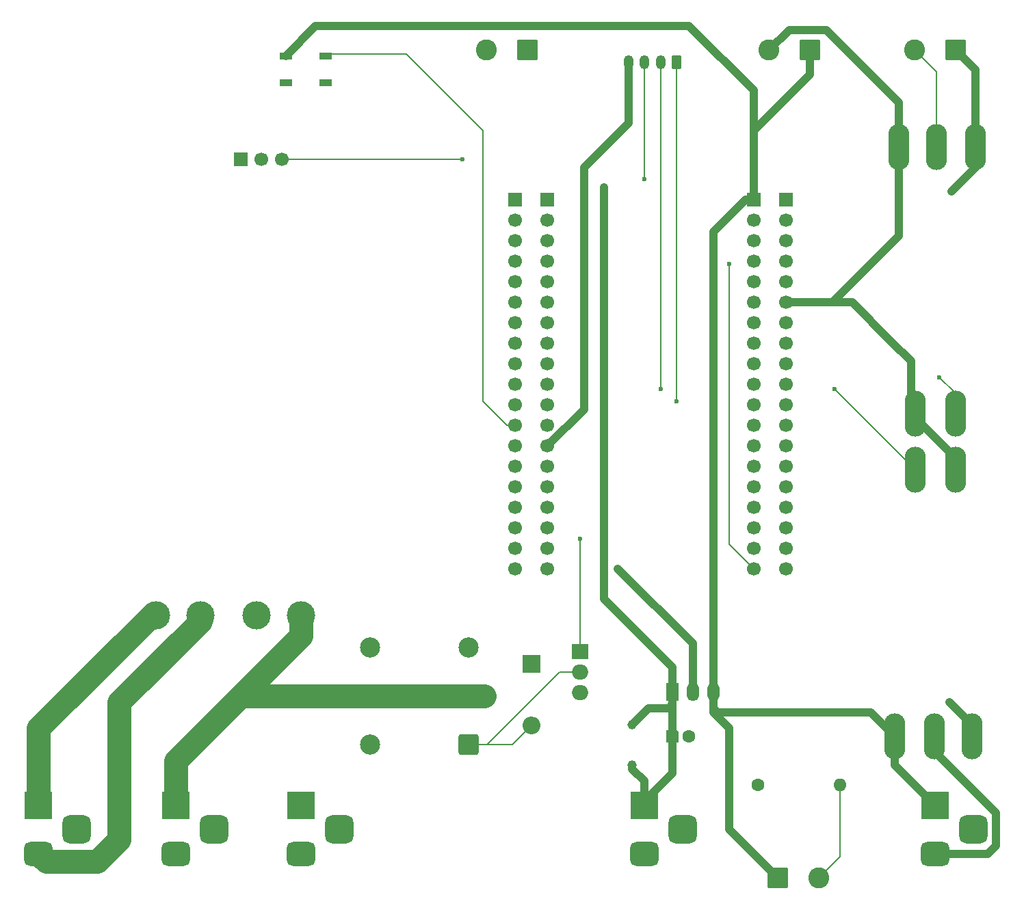
<source format=gbr>
%TF.GenerationSoftware,KiCad,Pcbnew,9.0.1*%
%TF.CreationDate,2025-05-24T15:45:38+01:00*%
%TF.ProjectId,main_board,6d61696e-5f62-46f6-9172-642e6b696361,rev?*%
%TF.SameCoordinates,Original*%
%TF.FileFunction,Copper,L1,Top*%
%TF.FilePolarity,Positive*%
%FSLAX46Y46*%
G04 Gerber Fmt 4.6, Leading zero omitted, Abs format (unit mm)*
G04 Created by KiCad (PCBNEW 9.0.1) date 2025-05-24 15:45:38*
%MOMM*%
%LPD*%
G01*
G04 APERTURE LIST*
G04 Aperture macros list*
%AMRoundRect*
0 Rectangle with rounded corners*
0 $1 Rounding radius*
0 $2 $3 $4 $5 $6 $7 $8 $9 X,Y pos of 4 corners*
0 Add a 4 corners polygon primitive as box body*
4,1,4,$2,$3,$4,$5,$6,$7,$8,$9,$2,$3,0*
0 Add four circle primitives for the rounded corners*
1,1,$1+$1,$2,$3*
1,1,$1+$1,$4,$5*
1,1,$1+$1,$6,$7*
1,1,$1+$1,$8,$9*
0 Add four rect primitives between the rounded corners*
20,1,$1+$1,$2,$3,$4,$5,0*
20,1,$1+$1,$4,$5,$6,$7,0*
20,1,$1+$1,$6,$7,$8,$9,0*
20,1,$1+$1,$8,$9,$2,$3,0*%
%AMOutline5P*
0 Free polygon, 5 corners , with rotation*
0 The origin of the aperture is its center*
0 number of corners: always 5*
0 $1 to $10 corner X, Y*
0 $11 Rotation angle, in degrees counterclockwise*
0 create outline with 5 corners*
4,1,5,$1,$2,$3,$4,$5,$6,$7,$8,$9,$10,$1,$2,$11*%
%AMOutline6P*
0 Free polygon, 6 corners , with rotation*
0 The origin of the aperture is its center*
0 number of corners: always 6*
0 $1 to $12 corner X, Y*
0 $13 Rotation angle, in degrees counterclockwise*
0 create outline with 6 corners*
4,1,6,$1,$2,$3,$4,$5,$6,$7,$8,$9,$10,$11,$12,$1,$2,$13*%
%AMOutline7P*
0 Free polygon, 7 corners , with rotation*
0 The origin of the aperture is its center*
0 number of corners: always 7*
0 $1 to $14 corner X, Y*
0 $15 Rotation angle, in degrees counterclockwise*
0 create outline with 7 corners*
4,1,7,$1,$2,$3,$4,$5,$6,$7,$8,$9,$10,$11,$12,$13,$14,$1,$2,$15*%
%AMOutline8P*
0 Free polygon, 8 corners , with rotation*
0 The origin of the aperture is its center*
0 number of corners: always 8*
0 $1 to $16 corner X, Y*
0 $17 Rotation angle, in degrees counterclockwise*
0 create outline with 8 corners*
4,1,8,$1,$2,$3,$4,$5,$6,$7,$8,$9,$10,$11,$12,$13,$14,$15,$16,$1,$2,$17*%
G04 Aperture macros list end*
%TA.AperFunction,SMDPad,CuDef*%
%ADD10RoundRect,0.090000X-0.660000X-0.360000X0.660000X-0.360000X0.660000X0.360000X-0.660000X0.360000X0*%
%TD*%
%TA.AperFunction,ComponentPad*%
%ADD11Outline5P,-0.800000X0.800000X0.480000X0.800000X0.800000X0.480000X0.800000X-0.800000X-0.800000X-0.800000X0.000000*%
%TD*%
%TA.AperFunction,ComponentPad*%
%ADD12C,1.600000*%
%TD*%
%TA.AperFunction,ComponentPad*%
%ADD13C,1.150000*%
%TD*%
%TA.AperFunction,ComponentPad*%
%ADD14RoundRect,0.250000X0.350000X0.625000X-0.350000X0.625000X-0.350000X-0.625000X0.350000X-0.625000X0*%
%TD*%
%TA.AperFunction,ComponentPad*%
%ADD15O,1.200000X1.750000*%
%TD*%
%TA.AperFunction,ComponentPad*%
%ADD16R,3.500000X3.500000*%
%TD*%
%TA.AperFunction,ComponentPad*%
%ADD17RoundRect,0.750000X1.000000X-0.750000X1.000000X0.750000X-1.000000X0.750000X-1.000000X-0.750000X0*%
%TD*%
%TA.AperFunction,ComponentPad*%
%ADD18RoundRect,0.875000X0.875000X-0.875000X0.875000X0.875000X-0.875000X0.875000X-0.875000X-0.875000X0*%
%TD*%
%TA.AperFunction,SMDPad,CuDef*%
%ADD19O,2.600000X5.700000*%
%TD*%
%TA.AperFunction,ComponentPad*%
%ADD20C,1.700000*%
%TD*%
%TA.AperFunction,ComponentPad*%
%ADD21R,1.700000X1.700000*%
%TD*%
%TA.AperFunction,ComponentPad*%
%ADD22RoundRect,0.250000X-1.050000X-1.050000X1.050000X-1.050000X1.050000X1.050000X-1.050000X1.050000X0*%
%TD*%
%TA.AperFunction,ComponentPad*%
%ADD23C,2.600000*%
%TD*%
%TA.AperFunction,ComponentPad*%
%ADD24RoundRect,0.250000X1.050000X1.050000X-1.050000X1.050000X-1.050000X-1.050000X1.050000X-1.050000X0*%
%TD*%
%TA.AperFunction,ComponentPad*%
%ADD25R,1.500000X2.300000*%
%TD*%
%TA.AperFunction,ComponentPad*%
%ADD26O,1.500000X2.300000*%
%TD*%
%TA.AperFunction,ComponentPad*%
%ADD27O,1.600000X1.600000*%
%TD*%
%TA.AperFunction,ComponentPad*%
%ADD28C,3.500000*%
%TD*%
%TA.AperFunction,ComponentPad*%
%ADD29R,2.000000X1.905000*%
%TD*%
%TA.AperFunction,ComponentPad*%
%ADD30O,2.000000X1.905000*%
%TD*%
%TA.AperFunction,ComponentPad*%
%ADD31R,2.200000X2.200000*%
%TD*%
%TA.AperFunction,ComponentPad*%
%ADD32O,2.200000X2.200000*%
%TD*%
%TA.AperFunction,ComponentPad*%
%ADD33C,2.500000*%
%TD*%
%TA.AperFunction,ComponentPad*%
%ADD34RoundRect,0.250000X1.000000X1.000000X-1.000000X1.000000X-1.000000X-1.000000X1.000000X-1.000000X0*%
%TD*%
%TA.AperFunction,ViaPad*%
%ADD35C,0.600000*%
%TD*%
%TA.AperFunction,ViaPad*%
%ADD36C,0.700000*%
%TD*%
%TA.AperFunction,Conductor*%
%ADD37C,0.200000*%
%TD*%
%TA.AperFunction,Conductor*%
%ADD38C,1.000000*%
%TD*%
%TA.AperFunction,Conductor*%
%ADD39C,3.000000*%
%TD*%
G04 APERTURE END LIST*
D10*
%TO.P,REF\u002A\u002A,1*%
%TO.N,5v+*%
X90600000Y-44700000D03*
%TO.P,REF\u002A\u002A,2*%
%TO.N,N/C*%
X90600000Y-48000000D03*
%TO.P,REF\u002A\u002A,3*%
%TO.N,gnd*%
X95500000Y-48000000D03*
%TO.P,REF\u002A\u002A,4*%
%TO.N,N/C*%
X95500000Y-44700000D03*
%TD*%
D11*
%TO.P,REF\u002A\u002A,1*%
%TO.N,N/C*%
X138500000Y-129000000D03*
D12*
%TO.P,REF\u002A\u002A,2*%
X140500000Y-129000000D03*
%TD*%
D13*
%TO.P,REF\u002A\u002A,1*%
%TO.N,12v+*%
X133500000Y-127500000D03*
%TO.P,REF\u002A\u002A,2*%
X133500000Y-132500000D03*
%TD*%
D14*
%TO.P,REF\u002A\u002A,1*%
%TO.N,SCL*%
X139000000Y-45500000D03*
D15*
%TO.P,REF\u002A\u002A,2*%
%TO.N,SDA*%
X137000000Y-45500000D03*
%TO.P,REF\u002A\u002A,3*%
%TO.N,3.3v*%
X135000000Y-45500000D03*
%TO.P,REF\u002A\u002A,4*%
%TO.N,gnd*%
X133000000Y-45500000D03*
%TD*%
D16*
%TO.P,REF\u002A\u002A,1*%
%TO.N,Big+*%
X77000000Y-137500000D03*
D17*
%TO.P,REF\u002A\u002A,2*%
%TO.N,BigGND*%
X77000000Y-143500000D03*
D18*
%TO.P,REF\u002A\u002A,3*%
%TO.N,N/C*%
X81700000Y-140500000D03*
%TD*%
D19*
%TO.P,REF\u002A\u002A,+*%
%TO.N,5v+*%
X166000000Y-129000000D03*
%TO.P,REF\u002A\u002A,GND*%
%TO.N,gnd*%
X173500000Y-96000000D03*
%TO.P,REF\u002A\u002A,Load GND*%
%TO.N,humidiferGND*%
X170850000Y-129000000D03*
%TO.P,REF\u002A\u002A,PWM*%
%TO.N,humidiferPinOut*%
X168500000Y-96000000D03*
%TO.P,REF\u002A\u002A,PWR GND*%
%TO.N,gnd*%
X175500000Y-129000000D03*
%TD*%
D16*
%TO.P,REF\u002A\u002A,1*%
%TO.N,12v+*%
X135000000Y-137500000D03*
D17*
%TO.P,REF\u002A\u002A,2*%
%TO.N,gnd*%
X135000000Y-143500000D03*
D18*
%TO.P,REF\u002A\u002A,3*%
%TO.N,N/C*%
X139700000Y-140500000D03*
%TD*%
D20*
%TO.P,REF\u002A\u002A,2*%
%TO.N,N/C*%
X123000000Y-65040000D03*
%TO.P,REF\u002A\u002A,3*%
X123000000Y-67580000D03*
%TO.P,REF\u002A\u002A,4*%
X123000000Y-70120000D03*
%TO.P,REF\u002A\u002A,5*%
X123000000Y-72660000D03*
%TO.P,REF\u002A\u002A,6*%
X123000000Y-75200000D03*
%TO.P,REF\u002A\u002A,7*%
X123000000Y-77740000D03*
%TO.P,REF\u002A\u002A,8*%
X123000000Y-80280000D03*
%TO.P,REF\u002A\u002A,9*%
X123000000Y-82820000D03*
%TO.P,REF\u002A\u002A,10*%
X123000000Y-85360000D03*
%TO.P,REF\u002A\u002A,11*%
X123000000Y-87900000D03*
D21*
%TO.P,REF\u002A\u002A,CLK*%
X123000000Y-62500000D03*
D20*
%TO.P,REF\u002A\u002A,G19*%
X123000000Y-90440000D03*
%TO.P,REF\u002A\u002A,G21*%
%TO.N,SDA*%
X123000000Y-95520000D03*
%TO.P,REF\u002A\u002A,G22*%
%TO.N,SCL*%
X123000000Y-103140000D03*
%TO.P,REF\u002A\u002A,G23*%
%TO.N,N/C*%
X123000000Y-105680000D03*
%TO.P,REF\u002A\u002A,GND*%
%TO.N,gnd*%
X123000000Y-92980000D03*
X123000000Y-108220000D03*
%TO.P,REF\u002A\u002A,RXD*%
%TO.N,N/C*%
X123000000Y-98060000D03*
%TO.P,REF\u002A\u002A,TXD*%
X123000000Y-100600000D03*
%TD*%
D16*
%TO.P,REF\u002A\u002A,1*%
%TO.N,5v+*%
X171000000Y-137500000D03*
D17*
%TO.P,REF\u002A\u002A,2*%
%TO.N,humidiferGND*%
X171000000Y-143500000D03*
D18*
%TO.P,REF\u002A\u002A,3*%
%TO.N,N/C*%
X175700000Y-140500000D03*
%TD*%
D20*
%TO.P,REF\u002A\u002A,3V3*%
%TO.N,3.3v*%
X148500000Y-108220000D03*
%TO.P,REF\u002A\u002A,13*%
%TO.N,N/C*%
X148500000Y-92980000D03*
%TO.P,REF\u002A\u002A,14*%
X148500000Y-95520000D03*
%TO.P,REF\u002A\u002A,16*%
X148500000Y-100600000D03*
%TO.P,REF\u002A\u002A,17*%
X148500000Y-103140000D03*
%TO.P,REF\u002A\u002A,18*%
X148500000Y-105680000D03*
%TO.P,REF\u002A\u002A,CMD*%
X148500000Y-65040000D03*
%TO.P,REF\u002A\u002A,G12*%
X148500000Y-77740000D03*
%TO.P,REF\u002A\u002A,G13*%
%TO.N,humidiferPinOut*%
X148500000Y-72660000D03*
%TO.P,REF\u002A\u002A,G14*%
%TO.N,N/C*%
X148500000Y-80280000D03*
%TO.P,REF\u002A\u002A,G25*%
X148500000Y-87900000D03*
%TO.P,REF\u002A\u002A,G26*%
%TO.N,HeaterPin*%
X148500000Y-85360000D03*
%TO.P,REF\u002A\u002A,G27*%
%TO.N,N/C*%
X148500000Y-82820000D03*
%TO.P,REF\u002A\u002A,G33*%
%TO.N,pumpOutPin*%
X148500000Y-90440000D03*
%TO.P,REF\u002A\u002A,G34*%
%TO.N,wtrsnrIN*%
X148500000Y-98060000D03*
%TO.P,REF\u002A\u002A,GND*%
%TO.N,gnd*%
X148500000Y-75200000D03*
%TO.P,REF\u002A\u002A,SD2*%
%TO.N,N/C*%
X148500000Y-70120000D03*
%TO.P,REF\u002A\u002A,SD3*%
X148500000Y-67580000D03*
D21*
%TO.P,REF\u002A\u002A,V5*%
%TO.N,5v+*%
X148500000Y-62500000D03*
%TD*%
D22*
%TO.P,REF\u002A\u002A,1*%
%TO.N,5v+*%
X151500000Y-146500000D03*
D23*
%TO.P,REF\u002A\u002A,2*%
%TO.N,wtrsnrIN*%
X156580000Y-146500000D03*
%TD*%
D20*
%TO.P,REF\u002A\u002A,2*%
%TO.N,N/C*%
X87540000Y-57500000D03*
D21*
%TO.P,REF\u002A\u002A,GND*%
%TO.N,gnd*%
X85000000Y-57500000D03*
D20*
%TO.P,REF\u002A\u002A,IN1*%
%TO.N,N/C*%
X90080000Y-57500000D03*
%TD*%
D24*
%TO.P,REF\u002A\u002A,1*%
%TO.N,12v+*%
X120545000Y-44000000D03*
D23*
%TO.P,REF\u002A\u002A,2*%
%TO.N,gnd*%
X115465000Y-44000000D03*
%TD*%
D16*
%TO.P,REF\u002A\u002A,1*%
%TO.N,N/C*%
X60000000Y-137500000D03*
D17*
%TO.P,REF\u002A\u002A,2*%
X60000000Y-143500000D03*
D18*
%TO.P,REF\u002A\u002A,3*%
X64700000Y-140500000D03*
%TD*%
D25*
%TO.P,REF\u002A\u002A,1*%
%TO.N,12v+*%
X138500000Y-123500000D03*
D26*
%TO.P,REF\u002A\u002A,2*%
%TO.N,gnd*%
X141040000Y-123500000D03*
%TO.P,REF\u002A\u002A,3*%
%TO.N,5v+*%
X143580000Y-123500000D03*
%TD*%
D21*
%TO.P,REF\u002A\u002A,1*%
%TO.N,N/C*%
X119000000Y-62500000D03*
D20*
%TO.P,REF\u002A\u002A,2*%
X119000000Y-65040000D03*
%TO.P,REF\u002A\u002A,3*%
X119000000Y-67580000D03*
%TO.P,REF\u002A\u002A,4*%
X119000000Y-70120000D03*
%TO.P,REF\u002A\u002A,5*%
X119000000Y-72660000D03*
%TO.P,REF\u002A\u002A,6*%
X119000000Y-75200000D03*
%TO.P,REF\u002A\u002A,7*%
X119000000Y-77740000D03*
%TO.P,REF\u002A\u002A,8*%
X119000000Y-80280000D03*
%TO.P,REF\u002A\u002A,9*%
X119000000Y-82820000D03*
%TO.P,REF\u002A\u002A,10*%
X119000000Y-85360000D03*
%TO.P,REF\u002A\u002A,11*%
X119000000Y-87900000D03*
%TO.P,REF\u002A\u002A,12*%
X119000000Y-90440000D03*
%TO.P,REF\u002A\u002A,13*%
%TO.N,gnd*%
X119000000Y-92980000D03*
%TO.P,REF\u002A\u002A,14*%
%TO.N,N/C*%
X119000000Y-95520000D03*
%TO.P,REF\u002A\u002A,15*%
X119000000Y-98060000D03*
%TO.P,REF\u002A\u002A,16*%
X119000000Y-100600000D03*
%TO.P,REF\u002A\u002A,17*%
X119000000Y-103140000D03*
%TO.P,REF\u002A\u002A,18*%
X119000000Y-105680000D03*
%TO.P,REF\u002A\u002A,19*%
%TO.N,gnd*%
X119000000Y-108220000D03*
%TD*%
D12*
%TO.P,REF\u002A\u002A,1*%
%TO.N,gnd*%
X149000000Y-135000000D03*
D27*
%TO.P,REF\u002A\u002A,2*%
%TO.N,wtrsnrIN*%
X159160000Y-135000000D03*
%TD*%
D24*
%TO.P,REF\u002A\u002A,1*%
%TO.N,5v+*%
X155500000Y-44000000D03*
D23*
%TO.P,REF\u002A\u002A,2*%
%TO.N,gnd*%
X150420000Y-44000000D03*
%TD*%
D28*
%TO.P,REF\u002A\u002A,1*%
%TO.N,BigGND*%
X87000000Y-114000000D03*
%TD*%
D29*
%TO.P,REF\u002A\u002A,1*%
%TO.N,HeaterPin*%
X127000000Y-118500000D03*
D30*
%TO.P,REF\u002A\u002A,2*%
%TO.N,heaterTransistorOut*%
X127000000Y-121040000D03*
%TO.P,REF\u002A\u002A,3*%
%TO.N,gnd*%
X127000000Y-123580000D03*
%TD*%
D28*
%TO.P,,MTR*%
%TO.N,N/C*%
X74500000Y-114000000D03*
%TD*%
D21*
%TO.P,REF\u002A\u002A,1*%
%TO.N,5v+*%
X152500000Y-62500000D03*
D20*
%TO.P,REF\u002A\u002A,2*%
%TO.N,N/C*%
X152500000Y-65040000D03*
%TO.P,REF\u002A\u002A,3*%
X152500000Y-67580000D03*
%TO.P,REF\u002A\u002A,4*%
X152500000Y-70120000D03*
%TO.P,REF\u002A\u002A,5*%
%TO.N,humidiferPinOut*%
X152500000Y-72660000D03*
%TO.P,REF\u002A\u002A,6*%
%TO.N,gnd*%
X152500000Y-75200000D03*
%TO.P,REF\u002A\u002A,7*%
%TO.N,N/C*%
X152500000Y-77740000D03*
%TO.P,REF\u002A\u002A,8*%
X152500000Y-80280000D03*
%TO.P,REF\u002A\u002A,9*%
X152500000Y-82820000D03*
%TO.P,REF\u002A\u002A,11*%
X152500000Y-87900000D03*
%TO.P,REF\u002A\u002A,12*%
%TO.N,pumpOutPin*%
X152500000Y-90440000D03*
%TO.P,REF\u002A\u002A,13*%
%TO.N,N/C*%
X152500000Y-92980000D03*
%TO.P,REF\u002A\u002A,14*%
X152500000Y-95520000D03*
%TO.P,REF\u002A\u002A,15*%
%TO.N,wtrsnrIN*%
X152500000Y-98060000D03*
%TO.P,REF\u002A\u002A,16*%
%TO.N,N/C*%
X152500000Y-100600000D03*
%TO.P,REF\u002A\u002A,17*%
X152500000Y-103140000D03*
%TO.P,REF\u002A\u002A,18*%
X152500000Y-105680000D03*
%TO.P,REF\u002A\u002A,19*%
X152500000Y-108220000D03*
%TO.P,REF\u002A\u002A,G26*%
%TO.N,HeaterPin*%
X152500000Y-85360000D03*
%TD*%
D31*
%TO.P,REF\u002A\u002A,1*%
%TO.N,3.3v*%
X121000000Y-120000000D03*
D32*
%TO.P,REF\u002A\u002A,2*%
%TO.N,heaterTransistorOut*%
X121000000Y-127620000D03*
%TD*%
D28*
%TO.P,,MTR*%
%TO.N,N/C*%
X80000000Y-114000000D03*
%TD*%
%TO.P,REF\u002A\u002A,1*%
%TO.N,Big+*%
X92500000Y-114000000D03*
%TD*%
D19*
%TO.P,REF\u002A\u002A,+*%
%TO.N,12v+*%
X176000000Y-56000000D03*
%TO.P,REF\u002A\u002A,GND*%
%TO.N,gnd*%
X168500000Y-89000000D03*
%TO.P,REF\u002A\u002A,PWM*%
%TO.N,pumpOutPin*%
X173500000Y-89000000D03*
%TO.P,REF\u002A\u002A,PWR GND*%
%TO.N,gnd*%
X166500000Y-56000000D03*
%TO.P,REF\u002A\u002A,pump GND*%
%TO.N,pumpGND*%
X171150000Y-56000000D03*
%TD*%
D16*
%TO.P,REF\u002A\u002A,1*%
%TO.N,heaterRelayOut+*%
X92500000Y-137500000D03*
D17*
%TO.P,REF\u002A\u002A,2*%
%TO.N,BigGND*%
X92500000Y-143500000D03*
D18*
%TO.P,REF\u002A\u002A,3*%
%TO.N,N/C*%
X97200000Y-140500000D03*
%TD*%
D24*
%TO.P,REF\u002A\u002A,1*%
%TO.N,12v+*%
X173545000Y-44000000D03*
D23*
%TO.P,REF\u002A\u002A,2*%
%TO.N,pumpGND*%
X168465000Y-44000000D03*
%TD*%
D33*
%TO.P,REF\u002A\u002A,11*%
%TO.N,Big+*%
X115200000Y-124000000D03*
%TO.P,REF\u002A\u002A,12*%
%TO.N,N/C*%
X101000000Y-130000000D03*
%TO.P,REF\u002A\u002A,14*%
%TO.N,heaterRelayOut+*%
X101000000Y-118000000D03*
D34*
%TO.P,REF\u002A\u002A,A1*%
%TO.N,heaterTransistorOut*%
X113200000Y-130000000D03*
D33*
%TO.P,REF\u002A\u002A,A2*%
%TO.N,3.3v*%
X113200000Y-118000000D03*
%TD*%
D35*
%TO.N,SCL*%
X139000000Y-87500000D03*
%TO.N,SDA*%
X137010000Y-85990000D03*
%TO.N,3.3v*%
X145500000Y-70500000D03*
X135000000Y-60000000D03*
%TO.N,*%
X112500000Y-57500000D03*
D36*
%TO.N,12v+*%
X173000000Y-61500000D03*
X130000000Y-61000000D03*
%TO.N,gnd*%
X131720000Y-108220000D03*
D35*
X172750000Y-124750000D03*
%TO.N,HeaterPin*%
X127000000Y-104500000D03*
%TO.N,pumpOutPin*%
X171500000Y-84500000D03*
%TO.N,humidiferPinOut*%
X158500000Y-86000000D03*
%TD*%
D37*
%TO.N,SCL*%
X139000000Y-87500000D02*
X139000000Y-45500000D01*
%TO.N,3.3v*%
X145500000Y-105220000D02*
X148500000Y-108220000D01*
X145500000Y-70500000D02*
X145500000Y-105220000D01*
D38*
%TO.N,5v+*%
X143540000Y-66460000D02*
X147500000Y-62500000D01*
X147500000Y-62500000D02*
X148500000Y-62500000D01*
X143540000Y-123460000D02*
X143540000Y-66460000D01*
X143580000Y-123500000D02*
X143540000Y-123460000D01*
%TO.N,humidiferGND*%
X177500000Y-143500000D02*
X171000000Y-143500000D01*
X178500000Y-142500000D02*
X177500000Y-143500000D01*
X178500000Y-138500000D02*
X178500000Y-142500000D01*
X170850000Y-130850000D02*
X178500000Y-138500000D01*
%TO.N,12v+*%
X138000000Y-125500000D02*
X138500000Y-125000000D01*
X135500000Y-125500000D02*
X138000000Y-125500000D01*
X133500000Y-127500000D02*
X135500000Y-125500000D01*
D37*
%TO.N,*%
X117940000Y-90440000D02*
X119000000Y-90440000D01*
X115000000Y-87500000D02*
X117940000Y-90440000D01*
X105500000Y-44500000D02*
X115000000Y-54000000D01*
X95700000Y-44500000D02*
X105500000Y-44500000D01*
X95500000Y-44700000D02*
X95700000Y-44500000D01*
X115000000Y-54000000D02*
X115000000Y-87500000D01*
D38*
%TO.N,5v+*%
X94300000Y-41000000D02*
X90600000Y-44700000D01*
X148500000Y-49000000D02*
X140500000Y-41000000D01*
X148500000Y-57000000D02*
X148500000Y-49000000D01*
X140500000Y-41000000D02*
X94300000Y-41000000D01*
D39*
%TO.N,*%
X61000000Y-144500000D02*
X60000000Y-143500000D01*
X70000000Y-124750000D02*
X70000000Y-141750000D01*
X80000000Y-114750000D02*
X70000000Y-124750000D01*
X70000000Y-141750000D02*
X67250000Y-144500000D01*
X67250000Y-144500000D02*
X61000000Y-144500000D01*
X80000000Y-114000000D02*
X80000000Y-114750000D01*
%TO.N,Big+*%
X77000000Y-132000000D02*
X85500000Y-123500000D01*
X77000000Y-137500000D02*
X77000000Y-132000000D01*
X86000000Y-124000000D02*
X115200000Y-124000000D01*
X85500000Y-123500000D02*
X86000000Y-124000000D01*
X85500000Y-123500000D02*
X92500000Y-116500000D01*
D38*
%TO.N,12v+*%
X138460000Y-133540000D02*
X135000000Y-137000000D01*
X138460000Y-125040000D02*
X138460000Y-133540000D01*
X138500000Y-125000000D02*
X138460000Y-125040000D01*
D37*
%TO.N,heaterTransistorOut*%
X115500000Y-130000000D02*
X113200000Y-130000000D01*
X124460000Y-121040000D02*
X115500000Y-130000000D01*
X127000000Y-121040000D02*
X124460000Y-121040000D01*
X118620000Y-130000000D02*
X113200000Y-130000000D01*
X121000000Y-127620000D02*
X118620000Y-130000000D01*
D39*
%TO.N,Big+*%
X92500000Y-116500000D02*
X92500000Y-114000000D01*
D37*
%TO.N,HeaterPin*%
X127000000Y-104500000D02*
X127000000Y-118500000D01*
D38*
%TO.N,12v+*%
X135000000Y-134500000D02*
X133500000Y-133000000D01*
X133500000Y-133000000D02*
X133500000Y-132500000D01*
X135000000Y-137500000D02*
X135000000Y-134500000D01*
%TO.N,5v+*%
X163000000Y-126000000D02*
X166000000Y-129000000D01*
X144040000Y-126000000D02*
X163000000Y-126000000D01*
X143580000Y-125540000D02*
X144040000Y-126000000D01*
X143580000Y-123500000D02*
X143580000Y-125540000D01*
X143580000Y-125000000D02*
X143580000Y-123500000D01*
X143540000Y-125040000D02*
X143580000Y-125000000D01*
X145500000Y-127960000D02*
X143540000Y-126000000D01*
X145500000Y-140500000D02*
X145500000Y-127960000D01*
X151500000Y-146500000D02*
X145500000Y-140500000D01*
%TO.N,gnd*%
X141000000Y-117500000D02*
X141000000Y-123460000D01*
X131720000Y-108220000D02*
X141000000Y-117500000D01*
%TO.N,12v+*%
X138460000Y-123460000D02*
X138500000Y-123500000D01*
X138460000Y-120460000D02*
X138460000Y-123460000D01*
X130000000Y-112000000D02*
X138460000Y-120460000D01*
%TO.N,gnd*%
X141000000Y-123460000D02*
X141040000Y-123500000D01*
%TO.N,12v+*%
X138500000Y-123500000D02*
X138500000Y-125000000D01*
X130000000Y-61000000D02*
X130000000Y-112000000D01*
%TO.N,5v+*%
X143540000Y-126000000D02*
X143540000Y-125040000D01*
D37*
%TO.N,12v+*%
X135000000Y-137500000D02*
X135000000Y-137000000D01*
D38*
%TO.N,5v+*%
X166000000Y-128000000D02*
X166000000Y-129000000D01*
D37*
%TO.N,wtrsnrIN*%
X159160000Y-135000000D02*
X159160000Y-143920000D01*
%TO.N,SDA*%
X137000000Y-80500000D02*
X137000000Y-45500000D01*
X137010000Y-80510000D02*
X137000000Y-80500000D01*
X137010000Y-85990000D02*
X137010000Y-80510000D01*
D38*
%TO.N,gnd*%
X157500000Y-41500000D02*
X166500000Y-50500000D01*
X166500000Y-50500000D02*
X166500000Y-56000000D01*
X150420000Y-44000000D02*
X152920000Y-41500000D01*
X152920000Y-41500000D02*
X157500000Y-41500000D01*
D37*
X168500000Y-89500000D02*
X168500000Y-89000000D01*
D38*
X173500000Y-94500000D02*
X168500000Y-89500000D01*
D37*
%TO.N,humidiferPinOut*%
X158500000Y-86000000D02*
X168500000Y-96000000D01*
D38*
%TO.N,gnd*%
X127500000Y-58500000D02*
X133000000Y-53000000D01*
X127500000Y-88480000D02*
X127500000Y-58500000D01*
X123000000Y-92980000D02*
X127500000Y-88480000D01*
X133000000Y-53000000D02*
X133000000Y-45500000D01*
D37*
%TO.N,3.3v*%
X135000000Y-60000000D02*
X135000000Y-45500000D01*
%TO.N,*%
X112500000Y-57500000D02*
X90080000Y-57500000D01*
D39*
X60000000Y-128000000D02*
X60000000Y-137500000D01*
D37*
X74000000Y-114000000D02*
X74500000Y-114000000D01*
D39*
X74000000Y-114000000D02*
X60000000Y-128000000D01*
D38*
%TO.N,12v+*%
X173000000Y-61500000D02*
X176000000Y-58500000D01*
X176000000Y-56000000D02*
X176000000Y-46455000D01*
X176000000Y-46455000D02*
X173545000Y-44000000D01*
X176000000Y-58500000D02*
X176000000Y-56000000D01*
D37*
%TO.N,gnd*%
X85000000Y-57000000D02*
X85000000Y-57500000D01*
X168500000Y-89000000D02*
X168000000Y-89000000D01*
D38*
X160700000Y-75200000D02*
X154200000Y-75200000D01*
D37*
X173500000Y-96000000D02*
X173500000Y-94500000D01*
D38*
X168000000Y-82500000D02*
X165500000Y-80000000D01*
X165500000Y-80000000D02*
X160700000Y-75200000D01*
X173000000Y-96000000D02*
X173000000Y-95500000D01*
X175500000Y-127500000D02*
X175500000Y-129000000D01*
X166500000Y-56000000D02*
X166500000Y-67000000D01*
X168000000Y-89000000D02*
X168000000Y-82500000D01*
X166500000Y-67000000D02*
X158300000Y-75200000D01*
D37*
X167000000Y-81500000D02*
X165500000Y-80000000D01*
D38*
X172750000Y-124750000D02*
X175500000Y-127500000D01*
D37*
X168500000Y-91500000D02*
X168500000Y-89000000D01*
D38*
X158300000Y-75200000D02*
X154200000Y-75200000D01*
X154200000Y-75200000D02*
X152500000Y-75200000D01*
D37*
X173500000Y-96000000D02*
X173000000Y-96000000D01*
D38*
%TO.N,5v+*%
X148500000Y-62500000D02*
X148500000Y-56500000D01*
X155500000Y-44000000D02*
X155500000Y-47000000D01*
X155500000Y-47000000D02*
X148500000Y-54000000D01*
X166000000Y-132500000D02*
X171000000Y-137500000D01*
X166000000Y-129000000D02*
X166000000Y-132500000D01*
X148500000Y-54000000D02*
X148500000Y-56500000D01*
D37*
%TO.N,wtrsnrIN*%
X156920000Y-146500000D02*
X157000000Y-146420000D01*
X152560000Y-98000000D02*
X152500000Y-98060000D01*
X156580000Y-146500000D02*
X156920000Y-146500000D01*
X153000000Y-98000000D02*
X152560000Y-98000000D01*
X156580000Y-146500000D02*
X159160000Y-143920000D01*
%TO.N,humidiferGND*%
X170850000Y-129000000D02*
X170850000Y-130850000D01*
D38*
%TO.N,pumpGND*%
X168465000Y-44035000D02*
X168465000Y-44000000D01*
D37*
X171150000Y-56000000D02*
X171150000Y-46685000D01*
X171150000Y-46685000D02*
X168465000Y-44000000D01*
%TO.N,BigGND*%
X87000000Y-115000000D02*
X87000000Y-114000000D01*
%TO.N,pumpOutPin*%
X173500000Y-86500000D02*
X173500000Y-89000000D01*
X171500000Y-84500000D02*
X173500000Y-86500000D01*
%TO.N,humidiferPinOut*%
X148160000Y-73000000D02*
X148500000Y-72660000D01*
%TD*%
M02*

</source>
